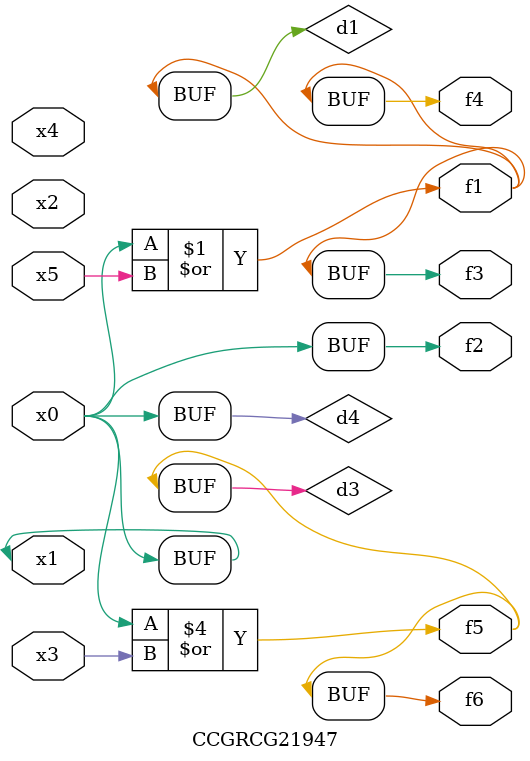
<source format=v>
module CCGRCG21947(
	input x0, x1, x2, x3, x4, x5,
	output f1, f2, f3, f4, f5, f6
);

	wire d1, d2, d3, d4;

	or (d1, x0, x5);
	xnor (d2, x1, x4);
	or (d3, x0, x3);
	buf (d4, x0, x1);
	assign f1 = d1;
	assign f2 = d4;
	assign f3 = d1;
	assign f4 = d1;
	assign f5 = d3;
	assign f6 = d3;
endmodule

</source>
